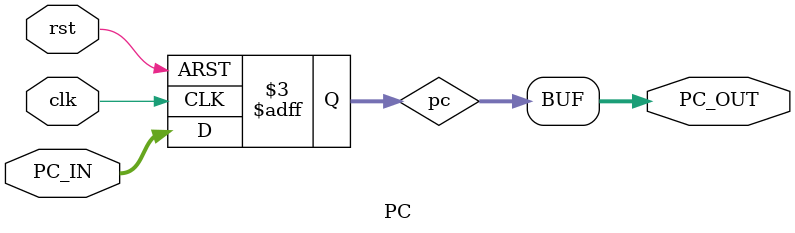
<source format=v>
`timescale 1ns / 1ps


module PC(
    input [31:0] PC_IN,
    output [31:0] PC_OUT,
    input rst,
    input clk
    );
    reg [31:0] pc;
    always @(posedge clk,negedge rst)
    begin
        if(~rst)
            pc <= 0;
        else
            pc <= PC_IN;
    end
    assign PC_OUT = pc;
endmodule

</source>
